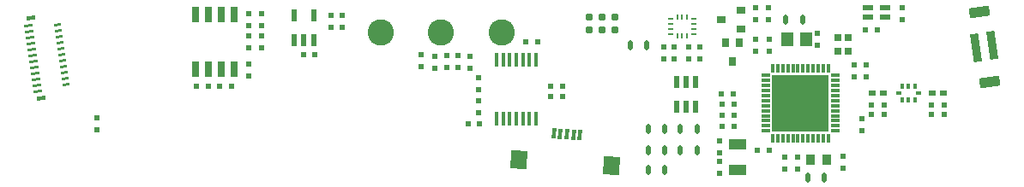
<source format=gtp>
G04*
G04 #@! TF.GenerationSoftware,Altium Limited,Altium Designer,19.1.5 (86)*
G04*
G04 Layer_Color=8421504*
%FSAX24Y24*%
%MOIN*%
G70*
G01*
G75*
%ADD17R,0.0177X0.0581*%
%ADD18R,0.0276X0.0295*%
%ADD19R,0.0217X0.0217*%
%ADD20R,0.0453X0.0571*%
%ADD21R,0.0217X0.0217*%
G04:AMPARAMS|DCode=22|XSize=110.2mil|YSize=31.5mil|CornerRadius=0mil|HoleSize=0mil|Usage=FLASHONLY|Rotation=278.000|XOffset=0mil|YOffset=0mil|HoleType=Round|Shape=Rectangle|*
%AMROTATEDRECTD22*
4,1,4,-0.0233,0.0524,0.0079,0.0568,0.0233,-0.0524,-0.0079,-0.0568,-0.0233,0.0524,0.0*
%
%ADD22ROTATEDRECTD22*%

G04:AMPARAMS|DCode=23|XSize=39.4mil|YSize=78.7mil|CornerRadius=0mil|HoleSize=0mil|Usage=FLASHONLY|Rotation=278.000|XOffset=0mil|YOffset=0mil|HoleType=Round|Shape=Rectangle|*
%AMROTATEDRECTD23*
4,1,4,-0.0417,0.0140,0.0362,0.0250,0.0417,-0.0140,-0.0362,-0.0250,-0.0417,0.0140,0.0*
%
%ADD23ROTATEDRECTD23*%

%ADD24R,0.0413X0.0236*%
%ADD25R,0.0295X0.0236*%
%ADD26R,0.0244X0.0236*%
%ADD27R,0.0157X0.0236*%
%ADD28R,0.0236X0.0157*%
%ADD29O,0.0200X0.0400*%
%ADD30R,0.0354X0.0394*%
%ADD31R,0.0709X0.0394*%
%ADD32R,0.0118X0.0335*%
%ADD33R,0.0335X0.0118*%
%ADD34R,0.2244X0.2244*%
%ADD35R,0.0276X0.0354*%
%ADD36R,0.0354X0.0315*%
%ADD37R,0.0098X0.0187*%
%ADD38R,0.0187X0.0098*%
%ADD39R,0.0236X0.0472*%
G04:AMPARAMS|DCode=40|XSize=39.4mil|YSize=15.7mil|CornerRadius=0mil|HoleSize=0mil|Usage=FLASHONLY|Rotation=86.250|XOffset=0mil|YOffset=0mil|HoleType=Round|Shape=Rectangle|*
%AMROTATEDRECTD40*
4,1,4,0.0066,-0.0202,-0.0091,-0.0191,-0.0066,0.0202,0.0091,0.0191,0.0066,-0.0202,0.0*
%
%ADD40ROTATEDRECTD40*%

G04:AMPARAMS|DCode=41|XSize=70.9mil|YSize=63mil|CornerRadius=0mil|HoleSize=0mil|Usage=FLASHONLY|Rotation=86.250|XOffset=0mil|YOffset=0mil|HoleType=Round|Shape=Rectangle|*
%AMROTATEDRECTD41*
4,1,4,0.0291,-0.0374,-0.0337,-0.0333,-0.0291,0.0374,0.0337,0.0333,0.0291,-0.0374,0.0*
%
%ADD41ROTATEDRECTD41*%

%ADD42C,0.1024*%
%ADD43R,0.0236X0.0453*%
%ADD44R,0.0256X0.0600*%
G04:AMPARAMS|DCode=45|XSize=33.5mil|YSize=15.7mil|CornerRadius=0mil|HoleSize=0mil|Usage=FLASHONLY|Rotation=7.550|XOffset=0mil|YOffset=0mil|HoleType=Round|Shape=Rectangle|*
%AMROTATEDRECTD45*
4,1,4,-0.0156,-0.0100,-0.0176,0.0056,0.0156,0.0100,0.0176,-0.0056,-0.0156,-0.0100,0.0*
%
%ADD45ROTATEDRECTD45*%

G04:AMPARAMS|DCode=46|XSize=31.5mil|YSize=10.2mil|CornerRadius=0mil|HoleSize=0mil|Usage=FLASHONLY|Rotation=7.550|XOffset=0mil|YOffset=0mil|HoleType=Round|Shape=Rectangle|*
%AMROTATEDRECTD46*
4,1,4,-0.0149,-0.0071,-0.0163,0.0030,0.0149,0.0071,0.0163,-0.0030,-0.0149,-0.0071,0.0*
%
%ADD46ROTATEDRECTD46*%

G04:AMPARAMS|DCode=47|XSize=25.6mil|YSize=10.2mil|CornerRadius=0mil|HoleSize=0mil|Usage=FLASHONLY|Rotation=7.550|XOffset=0mil|YOffset=0mil|HoleType=Round|Shape=Rectangle|*
%AMROTATEDRECTD47*
4,1,4,-0.0120,-0.0068,-0.0134,0.0034,0.0120,0.0068,0.0134,-0.0034,-0.0120,-0.0068,0.0*
%
%ADD47ROTATEDRECTD47*%

%ADD48C,0.0310*%
D17*
X037768Y008693D02*
D03*
X037512D02*
D03*
X037256D02*
D03*
X037000D02*
D03*
X036744D02*
D03*
X036488D02*
D03*
X036232D02*
D03*
Y011007D02*
D03*
X036488D02*
D03*
X036744D02*
D03*
X037000D02*
D03*
X037256D02*
D03*
X037512D02*
D03*
X037768D02*
D03*
D18*
X049503Y011334D02*
D03*
Y011866D02*
D03*
X049897D02*
D03*
Y011334D02*
D03*
D19*
X046300Y011780D02*
D03*
Y011320D02*
D03*
X052000Y013030D02*
D03*
Y012570D02*
D03*
X050150Y010780D02*
D03*
Y010320D02*
D03*
X050600Y010780D02*
D03*
Y010320D02*
D03*
X050450Y008680D02*
D03*
Y008220D02*
D03*
X049700Y006770D02*
D03*
Y007230D02*
D03*
X047950Y007180D02*
D03*
Y006720D02*
D03*
X047450D02*
D03*
Y007180D02*
D03*
X044900Y006570D02*
D03*
Y007030D02*
D03*
Y007830D02*
D03*
Y007370D02*
D03*
X046850Y011320D02*
D03*
Y011780D02*
D03*
X046800Y012570D02*
D03*
Y013030D02*
D03*
X046300Y012570D02*
D03*
Y013030D02*
D03*
X044150Y011480D02*
D03*
Y011020D02*
D03*
X043700Y011480D02*
D03*
Y011020D02*
D03*
X043150Y011480D02*
D03*
Y011020D02*
D03*
X042750Y011480D02*
D03*
Y011020D02*
D03*
X035550Y009380D02*
D03*
Y008920D02*
D03*
Y010280D02*
D03*
Y009820D02*
D03*
X035200Y010670D02*
D03*
Y011130D02*
D03*
X034750Y011156D02*
D03*
Y010696D02*
D03*
X034300Y011156D02*
D03*
Y010696D02*
D03*
X033850Y011130D02*
D03*
Y010670D02*
D03*
X033300Y010720D02*
D03*
Y011180D02*
D03*
X030250Y012730D02*
D03*
Y012270D02*
D03*
X029800Y012730D02*
D03*
Y012270D02*
D03*
X027100Y012780D02*
D03*
Y012320D02*
D03*
X026600D02*
D03*
Y012780D02*
D03*
Y011930D02*
D03*
Y011470D02*
D03*
Y010830D02*
D03*
Y010370D02*
D03*
X027100Y011930D02*
D03*
Y011470D02*
D03*
X020700Y008730D02*
D03*
Y008270D02*
D03*
X048700Y012030D02*
D03*
Y011570D02*
D03*
D20*
X048254Y011800D02*
D03*
X047546D02*
D03*
D21*
X029180Y011200D02*
D03*
X028720D02*
D03*
X050570Y012150D02*
D03*
X051030D02*
D03*
X046830Y007450D02*
D03*
X046370D02*
D03*
X045460Y008400D02*
D03*
X045000D02*
D03*
X045460Y008829D02*
D03*
X045000D02*
D03*
X045460Y009257D02*
D03*
X045000D02*
D03*
X044970Y009650D02*
D03*
X045430D02*
D03*
X038340Y009950D02*
D03*
X038800D02*
D03*
Y009550D02*
D03*
X038340D02*
D03*
X035580Y008500D02*
D03*
X035120D02*
D03*
X025470Y009950D02*
D03*
X025930D02*
D03*
X024570D02*
D03*
X025030D02*
D03*
X037830Y011700D02*
D03*
X037370D02*
D03*
D22*
X054882Y011455D02*
D03*
X055518Y011545D02*
D03*
D23*
X055392Y010135D02*
D03*
X055008Y012865D02*
D03*
D24*
X051335Y013037D02*
D03*
Y012663D02*
D03*
X050665D02*
D03*
Y013037D02*
D03*
D25*
X051267Y009700D02*
D03*
X050833D02*
D03*
X053617D02*
D03*
X053183D02*
D03*
D26*
X053150Y008869D02*
D03*
Y009231D02*
D03*
X053650Y008869D02*
D03*
Y009231D02*
D03*
X051300Y008869D02*
D03*
Y009231D02*
D03*
X050800Y008869D02*
D03*
Y009231D02*
D03*
D27*
X051994Y009970D02*
D03*
X052250D02*
D03*
X052506D02*
D03*
X051994Y009430D02*
D03*
X052250D02*
D03*
X052506D02*
D03*
D28*
X052644Y009700D02*
D03*
X051856D02*
D03*
D29*
X048325Y006400D02*
D03*
X048975D02*
D03*
X048125Y012550D02*
D03*
X047475D02*
D03*
X044025Y008300D02*
D03*
X043375D02*
D03*
X044025Y007450D02*
D03*
X043375D02*
D03*
X042775Y008300D02*
D03*
X042125D02*
D03*
X042775Y007450D02*
D03*
X042125D02*
D03*
X042775Y006700D02*
D03*
X042125D02*
D03*
X042075Y011550D02*
D03*
X041425D02*
D03*
D30*
X049065Y007100D02*
D03*
X048435D02*
D03*
D31*
X045600Y007692D02*
D03*
Y006708D02*
D03*
D32*
X046967Y007942D02*
D03*
X047164D02*
D03*
X047361D02*
D03*
X047558D02*
D03*
X047755D02*
D03*
X047952D02*
D03*
X048148D02*
D03*
X048345D02*
D03*
X048542D02*
D03*
X048739D02*
D03*
X048936D02*
D03*
X049133D02*
D03*
Y010658D02*
D03*
X048936D02*
D03*
X048739D02*
D03*
X048542D02*
D03*
X048345D02*
D03*
X048148D02*
D03*
X047952D02*
D03*
X047755D02*
D03*
X047558D02*
D03*
X047361D02*
D03*
X047164D02*
D03*
X046967D02*
D03*
D33*
X049408Y008217D02*
D03*
Y008414D02*
D03*
Y008611D02*
D03*
Y008808D02*
D03*
Y009005D02*
D03*
Y009202D02*
D03*
Y009398D02*
D03*
Y009595D02*
D03*
Y009792D02*
D03*
Y009989D02*
D03*
Y010186D02*
D03*
Y010383D02*
D03*
X046692D02*
D03*
Y010186D02*
D03*
Y009989D02*
D03*
Y009792D02*
D03*
Y009595D02*
D03*
Y009398D02*
D03*
Y009202D02*
D03*
Y009005D02*
D03*
Y008808D02*
D03*
Y008611D02*
D03*
Y008414D02*
D03*
Y008217D02*
D03*
D34*
X048050Y009300D02*
D03*
D35*
X045400Y010926D02*
D03*
X045144Y011674D02*
D03*
X045656D02*
D03*
D36*
X044956Y012550D02*
D03*
X045744Y012924D02*
D03*
Y012176D02*
D03*
D37*
X043647Y011941D02*
D03*
X043450D02*
D03*
X043253D02*
D03*
Y012659D02*
D03*
X043450D02*
D03*
X043647D02*
D03*
D38*
X042992Y012005D02*
D03*
Y012202D02*
D03*
Y012398D02*
D03*
Y012595D02*
D03*
X043908D02*
D03*
Y012398D02*
D03*
Y012202D02*
D03*
Y012005D02*
D03*
D39*
X043974Y010142D02*
D03*
X043600D02*
D03*
X043226D02*
D03*
Y009158D02*
D03*
X043600D02*
D03*
X043974D02*
D03*
D40*
X038458Y008125D02*
D03*
X038713Y008108D02*
D03*
X038968Y008091D02*
D03*
X039224Y008074D02*
D03*
X039479Y008058D02*
D03*
D41*
X037088Y007090D02*
D03*
X040702Y006853D02*
D03*
D42*
X036444Y012075D02*
D03*
X034082D02*
D03*
X031720D02*
D03*
D43*
X028376Y012742D02*
D03*
X029124D02*
D03*
Y011758D02*
D03*
X028750D02*
D03*
X028376D02*
D03*
D44*
X026050Y012768D02*
D03*
X025550D02*
D03*
X025050D02*
D03*
X024550D02*
D03*
Y010632D02*
D03*
X025050D02*
D03*
X025550D02*
D03*
X026050D02*
D03*
D45*
X018551Y009493D02*
D03*
X018137Y012616D02*
D03*
D46*
X018388Y009750D02*
D03*
X018357Y009984D02*
D03*
X018326Y010218D02*
D03*
X018295Y010452D02*
D03*
X018264Y010687D02*
D03*
X018233Y010921D02*
D03*
X018202Y011155D02*
D03*
X018171Y011389D02*
D03*
X018140Y011623D02*
D03*
X018109Y011857D02*
D03*
X018078Y012092D02*
D03*
X018047Y012326D02*
D03*
D47*
X019495Y010016D02*
D03*
X019464Y010250D02*
D03*
X019433Y010484D02*
D03*
X019402Y010718D02*
D03*
X019371Y010952D02*
D03*
X019340Y011187D02*
D03*
X019309Y011421D02*
D03*
X019277Y011655D02*
D03*
X019246Y011889D02*
D03*
X019215Y012123D02*
D03*
X019184Y012357D02*
D03*
D48*
X039850Y012150D02*
D03*
Y012650D02*
D03*
X040350Y012150D02*
D03*
Y012650D02*
D03*
X040850Y012150D02*
D03*
Y012650D02*
D03*
M02*

</source>
